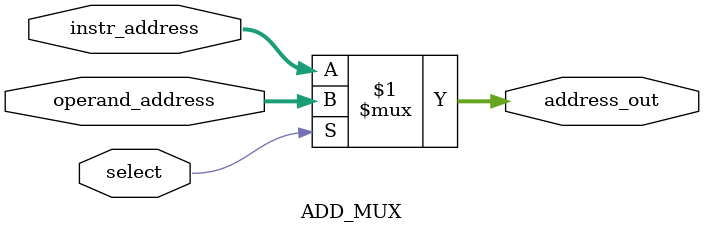
<source format=v>
`timescale 1ns / 1ps


module ADD_MUX #(
   parameter WIDTH_ADDRESS_BIT = 5  // Độ rộng mặc định của địa chỉ là 5 bit, có thể thay đổi thông qua parameter
) (
    input  [WIDTH_ADDRESS_BIT-1:0] instr_address,   // Địa chỉ lệnh (Instruction Address)
    input  [WIDTH_ADDRESS_BIT-1:0] operand_address, // Địa chỉ toán hạng (Operand Address)
    input                         select,         // Tín hiệu chọn: 0 chọn instr_address, 1 chọn operand_address
    output [WIDTH_ADDRESS_BIT-1:0] address_out     // Đầu ra của địa chỉ sau khi chọn
);
    // Logic Mux: nếu select = 1 thì chọn operand_address, nếu không thì chọn instr_address
    assign address_out = (select) ? operand_address : instr_address;

endmodule

</source>
